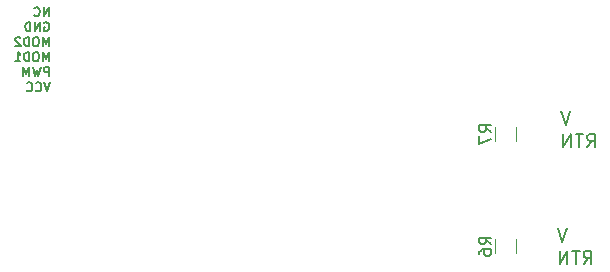
<source format=gbr>
%TF.GenerationSoftware,KiCad,Pcbnew,(5.1.10)-1*%
%TF.CreationDate,2021-08-14T12:20:45-07:00*%
%TF.ProjectId,EmitterDriverV2,456d6974-7465-4724-9472-697665725632,rev?*%
%TF.SameCoordinates,Original*%
%TF.FileFunction,Legend,Bot*%
%TF.FilePolarity,Positive*%
%FSLAX46Y46*%
G04 Gerber Fmt 4.6, Leading zero omitted, Abs format (unit mm)*
G04 Created by KiCad (PCBNEW (5.1.10)-1) date 2021-08-14 12:20:45*
%MOMM*%
%LPD*%
G01*
G04 APERTURE LIST*
%ADD10C,0.203200*%
%ADD11C,0.127000*%
%ADD12C,0.120000*%
%ADD13C,0.150000*%
G04 APERTURE END LIST*
D10*
X77202937Y-61015221D02*
X76821937Y-62158221D01*
X76440937Y-61015221D01*
X78618080Y-64075921D02*
X78999080Y-63531635D01*
X79271222Y-64075921D02*
X79271222Y-62932921D01*
X78835794Y-62932921D01*
X78726937Y-62987350D01*
X78672508Y-63041778D01*
X78618080Y-63150635D01*
X78618080Y-63313921D01*
X78672508Y-63422778D01*
X78726937Y-63477207D01*
X78835794Y-63531635D01*
X79271222Y-63531635D01*
X78291508Y-62932921D02*
X77638365Y-62932921D01*
X77964937Y-64075921D02*
X77964937Y-62932921D01*
X77257365Y-64075921D02*
X77257365Y-62932921D01*
X76604222Y-64075921D01*
X76604222Y-62932921D01*
X77502937Y-51115221D02*
X77121937Y-52258221D01*
X76740937Y-51115221D01*
X78918080Y-54175921D02*
X79299080Y-53631635D01*
X79571222Y-54175921D02*
X79571222Y-53032921D01*
X79135794Y-53032921D01*
X79026937Y-53087350D01*
X78972508Y-53141778D01*
X78918080Y-53250635D01*
X78918080Y-53413921D01*
X78972508Y-53522778D01*
X79026937Y-53577207D01*
X79135794Y-53631635D01*
X79571222Y-53631635D01*
X78591508Y-53032921D02*
X77938365Y-53032921D01*
X78264937Y-54175921D02*
X78264937Y-53032921D01*
X77557365Y-54175921D02*
X77557365Y-53032921D01*
X76904222Y-54175921D01*
X76904222Y-53032921D01*
D11*
X33336021Y-43069714D02*
X33336021Y-42307714D01*
X32900592Y-43069714D01*
X32900592Y-42307714D01*
X32102307Y-42997142D02*
X32138592Y-43033428D01*
X32247450Y-43069714D01*
X32320021Y-43069714D01*
X32428878Y-43033428D01*
X32501450Y-42960857D01*
X32537735Y-42888285D01*
X32574021Y-42743142D01*
X32574021Y-42634285D01*
X32537735Y-42489142D01*
X32501450Y-42416571D01*
X32428878Y-42344000D01*
X32320021Y-42307714D01*
X32247450Y-42307714D01*
X32138592Y-42344000D01*
X32102307Y-42380285D01*
X32936878Y-43614000D02*
X33009450Y-43577714D01*
X33118307Y-43577714D01*
X33227164Y-43614000D01*
X33299735Y-43686571D01*
X33336021Y-43759142D01*
X33372307Y-43904285D01*
X33372307Y-44013142D01*
X33336021Y-44158285D01*
X33299735Y-44230857D01*
X33227164Y-44303428D01*
X33118307Y-44339714D01*
X33045735Y-44339714D01*
X32936878Y-44303428D01*
X32900592Y-44267142D01*
X32900592Y-44013142D01*
X33045735Y-44013142D01*
X32574021Y-44339714D02*
X32574021Y-43577714D01*
X32138592Y-44339714D01*
X32138592Y-43577714D01*
X31775735Y-44339714D02*
X31775735Y-43577714D01*
X31594307Y-43577714D01*
X31485450Y-43614000D01*
X31412878Y-43686571D01*
X31376592Y-43759142D01*
X31340307Y-43904285D01*
X31340307Y-44013142D01*
X31376592Y-44158285D01*
X31412878Y-44230857D01*
X31485450Y-44303428D01*
X31594307Y-44339714D01*
X31775735Y-44339714D01*
X33336021Y-45609714D02*
X33336021Y-44847714D01*
X33082021Y-45392000D01*
X32828021Y-44847714D01*
X32828021Y-45609714D01*
X32320021Y-44847714D02*
X32174878Y-44847714D01*
X32102307Y-44884000D01*
X32029735Y-44956571D01*
X31993450Y-45101714D01*
X31993450Y-45355714D01*
X32029735Y-45500857D01*
X32102307Y-45573428D01*
X32174878Y-45609714D01*
X32320021Y-45609714D01*
X32392592Y-45573428D01*
X32465164Y-45500857D01*
X32501450Y-45355714D01*
X32501450Y-45101714D01*
X32465164Y-44956571D01*
X32392592Y-44884000D01*
X32320021Y-44847714D01*
X31666878Y-45609714D02*
X31666878Y-44847714D01*
X31485450Y-44847714D01*
X31376592Y-44884000D01*
X31304021Y-44956571D01*
X31267735Y-45029142D01*
X31231450Y-45174285D01*
X31231450Y-45283142D01*
X31267735Y-45428285D01*
X31304021Y-45500857D01*
X31376592Y-45573428D01*
X31485450Y-45609714D01*
X31666878Y-45609714D01*
X30941164Y-44920285D02*
X30904878Y-44884000D01*
X30832307Y-44847714D01*
X30650878Y-44847714D01*
X30578307Y-44884000D01*
X30542021Y-44920285D01*
X30505735Y-44992857D01*
X30505735Y-45065428D01*
X30542021Y-45174285D01*
X30977450Y-45609714D01*
X30505735Y-45609714D01*
X33336021Y-46879714D02*
X33336021Y-46117714D01*
X33082021Y-46662000D01*
X32828021Y-46117714D01*
X32828021Y-46879714D01*
X32320021Y-46117714D02*
X32174878Y-46117714D01*
X32102307Y-46154000D01*
X32029735Y-46226571D01*
X31993450Y-46371714D01*
X31993450Y-46625714D01*
X32029735Y-46770857D01*
X32102307Y-46843428D01*
X32174878Y-46879714D01*
X32320021Y-46879714D01*
X32392592Y-46843428D01*
X32465164Y-46770857D01*
X32501450Y-46625714D01*
X32501450Y-46371714D01*
X32465164Y-46226571D01*
X32392592Y-46154000D01*
X32320021Y-46117714D01*
X31666878Y-46879714D02*
X31666878Y-46117714D01*
X31485450Y-46117714D01*
X31376592Y-46154000D01*
X31304021Y-46226571D01*
X31267735Y-46299142D01*
X31231450Y-46444285D01*
X31231450Y-46553142D01*
X31267735Y-46698285D01*
X31304021Y-46770857D01*
X31376592Y-46843428D01*
X31485450Y-46879714D01*
X31666878Y-46879714D01*
X30505735Y-46879714D02*
X30941164Y-46879714D01*
X30723450Y-46879714D02*
X30723450Y-46117714D01*
X30796021Y-46226571D01*
X30868592Y-46299142D01*
X30941164Y-46335428D01*
X33336021Y-48149714D02*
X33336021Y-47387714D01*
X33045735Y-47387714D01*
X32973164Y-47424000D01*
X32936878Y-47460285D01*
X32900592Y-47532857D01*
X32900592Y-47641714D01*
X32936878Y-47714285D01*
X32973164Y-47750571D01*
X33045735Y-47786857D01*
X33336021Y-47786857D01*
X32646592Y-47387714D02*
X32465164Y-48149714D01*
X32320021Y-47605428D01*
X32174878Y-48149714D01*
X31993450Y-47387714D01*
X31703164Y-48149714D02*
X31703164Y-47387714D01*
X31449164Y-47932000D01*
X31195164Y-47387714D01*
X31195164Y-48149714D01*
X33444878Y-48657714D02*
X33190878Y-49419714D01*
X32936878Y-48657714D01*
X32247450Y-49347142D02*
X32283735Y-49383428D01*
X32392592Y-49419714D01*
X32465164Y-49419714D01*
X32574021Y-49383428D01*
X32646592Y-49310857D01*
X32682878Y-49238285D01*
X32719164Y-49093142D01*
X32719164Y-48984285D01*
X32682878Y-48839142D01*
X32646592Y-48766571D01*
X32574021Y-48694000D01*
X32465164Y-48657714D01*
X32392592Y-48657714D01*
X32283735Y-48694000D01*
X32247450Y-48730285D01*
X31485450Y-49347142D02*
X31521735Y-49383428D01*
X31630592Y-49419714D01*
X31703164Y-49419714D01*
X31812021Y-49383428D01*
X31884592Y-49310857D01*
X31920878Y-49238285D01*
X31957164Y-49093142D01*
X31957164Y-48984285D01*
X31920878Y-48839142D01*
X31884592Y-48766571D01*
X31812021Y-48694000D01*
X31703164Y-48657714D01*
X31630592Y-48657714D01*
X31521735Y-48694000D01*
X31485450Y-48730285D01*
D12*
%TO.C,R6*%
X72880000Y-63150000D02*
X72880000Y-61950000D01*
X71120000Y-61950000D02*
X71120000Y-63150000D01*
%TO.C,R7*%
X71120000Y-52450000D02*
X71120000Y-53650000D01*
X72880000Y-53650000D02*
X72880000Y-52450000D01*
%TO.C,R6*%
D13*
X70802380Y-62383333D02*
X70326190Y-62050000D01*
X70802380Y-61811904D02*
X69802380Y-61811904D01*
X69802380Y-62192857D01*
X69850000Y-62288095D01*
X69897619Y-62335714D01*
X69992857Y-62383333D01*
X70135714Y-62383333D01*
X70230952Y-62335714D01*
X70278571Y-62288095D01*
X70326190Y-62192857D01*
X70326190Y-61811904D01*
X69802380Y-63240476D02*
X69802380Y-63050000D01*
X69850000Y-62954761D01*
X69897619Y-62907142D01*
X70040476Y-62811904D01*
X70230952Y-62764285D01*
X70611904Y-62764285D01*
X70707142Y-62811904D01*
X70754761Y-62859523D01*
X70802380Y-62954761D01*
X70802380Y-63145238D01*
X70754761Y-63240476D01*
X70707142Y-63288095D01*
X70611904Y-63335714D01*
X70373809Y-63335714D01*
X70278571Y-63288095D01*
X70230952Y-63240476D01*
X70183333Y-63145238D01*
X70183333Y-62954761D01*
X70230952Y-62859523D01*
X70278571Y-62811904D01*
X70373809Y-62764285D01*
%TO.C,R7*%
X70802380Y-52883333D02*
X70326190Y-52550000D01*
X70802380Y-52311904D02*
X69802380Y-52311904D01*
X69802380Y-52692857D01*
X69850000Y-52788095D01*
X69897619Y-52835714D01*
X69992857Y-52883333D01*
X70135714Y-52883333D01*
X70230952Y-52835714D01*
X70278571Y-52788095D01*
X70326190Y-52692857D01*
X70326190Y-52311904D01*
X69802380Y-53216666D02*
X69802380Y-53883333D01*
X70802380Y-53454761D01*
%TD*%
M02*

</source>
